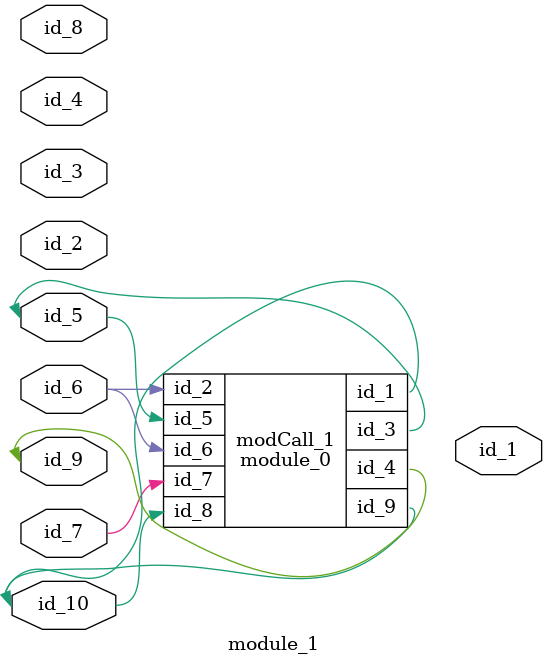
<source format=v>
module module_0 (
    id_1,
    id_2,
    id_3,
    id_4,
    id_5,
    id_6,
    id_7,
    id_8,
    id_9
);
  output wire id_9;
  input wire id_8;
  input wire id_7;
  input wire id_6;
  input wire id_5;
  output wire id_4;
  inout wire id_3;
  input wire id_2;
  inout wire id_1;
endmodule
module module_1 (
    id_1,
    id_2,
    id_3,
    id_4,
    id_5,
    id_6,
    id_7,
    id_8,
    id_9,
    id_10
);
  inout wire id_10;
  inout wire id_9;
  input wire id_8;
  input wire id_7;
  module_0 modCall_1 (
      id_10,
      id_6,
      id_5,
      id_9,
      id_5,
      id_6,
      id_7,
      id_10,
      id_10
  );
  inout wire id_6;
  inout wire id_5;
  inout wire id_4;
  inout wire id_3;
  input wire id_2;
  output wire id_1;
endmodule

</source>
